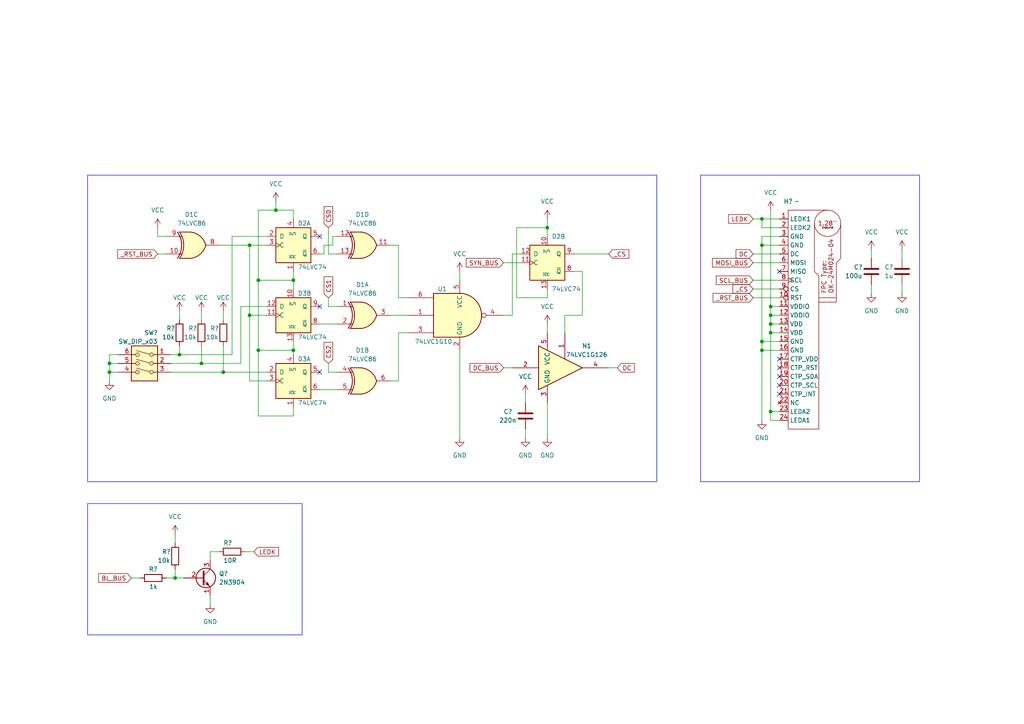
<source format=kicad_sch>
(kicad_sch (version 20230121) (generator eeschema)
  (paper "A4")
  (lib_symbols
    (symbol "74xGxx:74LVC1G10"
      (property "Reference" "U" (at -5.08 10.16 0))
      (property "Value" "74LVC1G10" (at 7.62 -10.16 0))
      (symbol "74LVC1G10_0_1"
        (arc (start 0 -6.35) (mid 6.3224 0) (end 0 6.35) (stroke (width 0.254)) (fill (type background)))
        (polyline (pts (xy 0 -6.35) (xy -7.62 -6.35) (xy -7.62 6.35) (xy 0 6.35)) (stroke (width 0.254)) (fill (type background)))
      )
      (symbol "74LVC1G10_1_1"
        (pin input line (at -15.24 0 0) (length 7.62) (name "~") (number "1"))
        (pin power_in line (at 0 -10.16 90) (length 3.81) (name "GND") (number "2"))
        (pin input line (at -15.24 -5.08 0) (length 7.62) (name "~") (number "3"))
        (pin output inverted (at 12.7 0 180) (length 6.35) (name "~") (number "4"))
        (pin power_in line (at 0 10.16 270) (length 3.81) (name "VCC") (number "5"))
        (pin input line (at -15.24 5.08 0) (length 7.62) (name "~") (number "6"))
      )
    )
    (symbol "74xGxx:74LVC1G126"
      (property "Reference" "N" (at 2.54 7.62 0))
      (property "Value" "74LVC1G126" (at 2.54 -7.62 0))
      (symbol "74LVC1G126_0_1"
        (polyline (pts (xy -7.62 6.35) (xy -7.62 -6.35) (xy 5.08 0) (xy -7.62 6.35)) (stroke (width 0.254)) (fill (type background)))
      )
      (symbol "74LVC1G126_1_1"
        (pin input line (at 0 10.16 270) (length 7.62) (name "~") (number "1"))
        (pin input line (at -15.24 0 0) (length 7.62) (name "~") (number "2"))
        (pin power_in line (at -5.08 -10.16 90) (length 5.08) (name "GND") (number "3"))
        (pin tri_state line (at 12.7 0 180) (length 7.62) (name "~") (number "4"))
        (pin power_in line (at -5.08 10.16 270) (length 5.08) (name "VCC") (number "5"))
      )
    )
    (symbol "74xx:74LVC74" (pin_names (offset 1.016))
      (property "Reference" "D" (at 2.54 12.7 0))
      (property "Value" "74LVC74" (at 2.54 10.16 0))
      (symbol "74LVC74_1_0"
        (pin input line (at 0 -7.62 90) (length 2.54) (name "~{R}") (number "1"))
        (pin input line (at -7.62 2.54 0) (length 2.54) (name "D") (number "2"))
        (pin input clock (at -7.62 0 0) (length 2.54) (name "C") (number "3"))
        (pin input line (at 0 7.62 270) (length 2.54) (name "~{S}") (number "4"))
        (pin output line (at 7.62 2.54 180) (length 2.54) (name "Q") (number "5"))
        (pin output line (at 7.62 -2.54 180) (length 2.54) (name "~{Q}") (number "6"))
      )
      (symbol "74LVC74_1_1"
        (rectangle (start -5.08 5.08) (end 5.08 -5.08) (stroke (width 0.254)) (fill (type background)))
      )
      (symbol "74LVC74_2_0"
        (pin input line (at 0 7.62 270) (length 2.54) (name "~{S}") (number "10"))
        (pin input clock (at -7.62 0 0) (length 2.54) (name "C") (number "11"))
        (pin input line (at -7.62 2.54 0) (length 2.54) (name "D") (number "12"))
        (pin input line (at 0 -7.62 90) (length 2.54) (name "~{R}") (number "13"))
        (pin output line (at 7.62 -2.54 180) (length 2.54) (name "~{Q}") (number "8"))
        (pin output line (at 7.62 2.54 180) (length 2.54) (name "Q") (number "9"))
      )
      (symbol "74LVC74_2_1"
        (rectangle (start -5.08 5.08) (end 5.08 -5.08) (stroke (width 0.254)) (fill (type background)))
      )
      (symbol "74LVC74_3_0"
        (pin power_in line (at 0 10.16 270) (length 2.54) (name "VCC") (number "14"))
        (pin power_in line (at 0 -10.16 90) (length 2.54) (name "GND") (number "7"))
      )
      (symbol "74LVC74_3_1"
        (rectangle (start -5.08 7.62) (end 5.08 -7.62) (stroke (width 0.254)) (fill (type background)))
      )
    )
    (symbol "74xx:74LVC86" (pin_names (offset 1.016))
      (property "Reference" "D" (at -2.54 7.62 0))
      (property "Value" "74LVC86" (at -2.54 5.08 0))
      (symbol "74LVC86_1_0"
        (arc (start -4.4196 -3.81) (mid -3.2033 0) (end -4.4196 3.81) (stroke (width 0.254)))
        (arc (start -3.81 -3.81) (mid -2.589 0) (end -3.81 3.81) (stroke (width 0.254)))
        (arc (start -0.6096 -3.81) (mid 2.1842 -2.5851) (end 3.81 0) (stroke (width 0.254)) (fill (type background)))
        (polyline (pts (xy -3.81 -3.81) (xy -0.635 -3.81)) (stroke (width 0.254)) (fill (type background)))
        (polyline (pts (xy -3.81 3.81) (xy -0.635 3.81)) (stroke (width 0.254)) (fill (type background)))
        (polyline (pts (xy -0.635 3.81) (xy -3.81 3.81) (xy -3.81 3.81) (xy -3.556 3.4036) (xy -3.0226 2.2606) (xy -2.6924 1.0414) (xy -2.6162 -0.254) (xy -2.7686 -1.4986) (xy -3.175 -2.7178) (xy -3.81 -3.81) (xy -3.81 -3.81) (xy -0.635 -3.81)) (stroke (width -25.4)) (fill (type background)))
        (arc (start 3.81 0) (mid 2.1915 2.5936) (end -0.6096 3.81) (stroke (width 0.254)) (fill (type background)))
        (pin input line (at -7.62 2.54 0) (length 4.445) (name "~") (number "1"))
        (pin input line (at -7.62 -2.54 0) (length 4.445) (name "~") (number "2"))
        (pin output line (at 7.62 0 180) (length 3.81) (name "~") (number "3"))
      )
      (symbol "74LVC86_1_1"
        (polyline (pts (xy -3.81 -2.54) (xy -3.175 -2.54)) (stroke (width 0.1524)))
        (polyline (pts (xy -3.81 2.54) (xy -3.175 2.54)) (stroke (width 0.1524)))
      )
      (symbol "74LVC86_2_0"
        (arc (start -4.4196 -3.81) (mid -3.2033 0) (end -4.4196 3.81) (stroke (width 0.254)))
        (arc (start -3.81 -3.81) (mid -2.589 0) (end -3.81 3.81) (stroke (width 0.254)))
        (arc (start -0.6096 -3.81) (mid 2.1842 -2.5851) (end 3.81 0) (stroke (width 0.254)) (fill (type background)))
        (polyline (pts (xy -3.81 -3.81) (xy -0.635 -3.81)) (stroke (width 0.254)) (fill (type background)))
        (polyline (pts (xy -3.81 3.81) (xy -0.635 3.81)) (stroke (width 0.254)) (fill (type background)))
        (polyline (pts (xy -0.635 3.81) (xy -3.81 3.81) (xy -3.81 3.81) (xy -3.556 3.4036) (xy -3.0226 2.2606) (xy -2.6924 1.0414) (xy -2.6162 -0.254) (xy -2.7686 -1.4986) (xy -3.175 -2.7178) (xy -3.81 -3.81) (xy -3.81 -3.81) (xy -0.635 -3.81)) (stroke (width -25.4)) (fill (type background)))
        (arc (start 3.81 0) (mid 2.1915 2.5936) (end -0.6096 3.81) (stroke (width 0.254)) (fill (type background)))
        (pin input line (at -7.62 2.54 0) (length 4.445) (name "~") (number "4"))
        (pin input line (at -7.62 -2.54 0) (length 4.445) (name "~") (number "5"))
        (pin output line (at 7.62 0 180) (length 3.81) (name "~") (number "6"))
      )
      (symbol "74LVC86_2_1"
        (polyline (pts (xy -3.81 -2.54) (xy -3.175 -2.54)) (stroke (width 0.1524)))
        (polyline (pts (xy -3.81 2.54) (xy -3.175 2.54)) (stroke (width 0.1524)))
      )
      (symbol "74LVC86_3_0"
        (arc (start -4.4196 -3.81) (mid -3.2033 0) (end -4.4196 3.81) (stroke (width 0.254)))
        (arc (start -3.81 -3.81) (mid -2.589 0) (end -3.81 3.81) (stroke (width 0.254)))
        (arc (start -0.6096 -3.81) (mid 2.1842 -2.5851) (end 3.81 0) (stroke (width 0.254)) (fill (type background)))
        (polyline (pts (xy -3.81 -3.81) (xy -0.635 -3.81)) (stroke (width 0.254)) (fill (type background)))
        (polyline (pts (xy -3.81 3.81) (xy -0.635 3.81)) (stroke (width 0.254)) (fill (type background)))
        (polyline (pts (xy -0.635 3.81) (xy -3.81 3.81) (xy -3.81 3.81) (xy -3.556 3.4036) (xy -3.0226 2.2606) (xy -2.6924 1.0414) (xy -2.6162 -0.254) (xy -2.7686 -1.4986) (xy -3.175 -2.7178) (xy -3.81 -3.81) (xy -3.81 -3.81) (xy -0.635 -3.81)) (stroke (width -25.4)) (fill (type background)))
        (arc (start 3.81 0) (mid 2.1915 2.5936) (end -0.6096 3.81) (stroke (width 0.254)) (fill (type background)))
        (pin input line (at -7.62 -2.54 0) (length 4.445) (name "~") (number "10"))
        (pin output line (at 7.62 0 180) (length 3.81) (name "~") (number "8"))
        (pin input line (at -7.62 2.54 0) (length 4.445) (name "~") (number "9"))
      )
      (symbol "74LVC86_3_1"
        (polyline (pts (xy -3.81 -2.54) (xy -3.175 -2.54)) (stroke (width 0.1524)))
        (polyline (pts (xy -3.81 2.54) (xy -3.175 2.54)) (stroke (width 0.1524)))
      )
      (symbol "74LVC86_4_0"
        (arc (start -4.4196 -3.81) (mid -3.2033 0) (end -4.4196 3.81) (stroke (width 0.254)))
        (arc (start -3.81 -3.81) (mid -2.589 0) (end -3.81 3.81) (stroke (width 0.254)))
        (arc (start -0.6096 -3.81) (mid 2.1842 -2.5851) (end 3.81 0) (stroke (width 0.254)) (fill (type background)))
        (polyline (pts (xy -3.81 -3.81) (xy -0.635 -3.81)) (stroke (width 0.254)) (fill (type background)))
        (polyline (pts (xy -3.81 3.81) (xy -0.635 3.81)) (stroke (width 0.254)) (fill (type background)))
        (polyline (pts (xy -0.635 3.81) (xy -3.81 3.81) (xy -3.81 3.81) (xy -3.556 3.4036) (xy -3.0226 2.2606) (xy -2.6924 1.0414) (xy -2.6162 -0.254) (xy -2.7686 -1.4986) (xy -3.175 -2.7178) (xy -3.81 -3.81) (xy -3.81 -3.81) (xy -0.635 -3.81)) (stroke (width -25.4)) (fill (type background)))
        (arc (start 3.81 0) (mid 2.1915 2.5936) (end -0.6096 3.81) (stroke (width 0.254)) (fill (type background)))
        (pin output line (at 7.62 0 180) (length 3.81) (name "~") (number "11"))
        (pin input line (at -7.62 2.54 0) (length 4.445) (name "~") (number "12"))
        (pin input line (at -7.62 -2.54 0) (length 4.445) (name "~") (number "13"))
      )
      (symbol "74LVC86_4_1"
        (polyline (pts (xy -3.81 -2.54) (xy -3.175 -2.54)) (stroke (width 0.1524)))
        (polyline (pts (xy -3.81 2.54) (xy -3.175 2.54)) (stroke (width 0.1524)))
      )
      (symbol "74LVC86_5_0"
        (pin power_in line (at 0 12.7 270) (length 5.08) (name "VCC") (number "14"))
        (pin power_in line (at 0 -12.7 90) (length 5.08) (name "GND") (number "7"))
      )
      (symbol "74LVC86_5_1"
        (rectangle (start -5.08 7.62) (end 5.08 -7.62) (stroke (width 0.254)) (fill (type background)))
      )
    )
    (symbol "Device:C" (pin_numbers hide) (pin_names (offset 0.254))
      (property "Reference" "C" (at 0.635 2.54 0))
      (property "Value" "C" (at 0.635 -2.54 0))
      (symbol "C_0_1"
        (polyline (pts (xy -2.032 -0.762) (xy 2.032 -0.762)) (stroke (width 0.508)))
        (polyline (pts (xy -2.032 0.762) (xy 2.032 0.762)) (stroke (width 0.508)))
      )
      (symbol "C_1_1"
        (pin passive line (at 0 3.81 270) (length 2.794) (name "~") (number "1"))
        (pin passive line (at 0 -3.81 90) (length 2.794) (name "~") (number "2"))
      )
    )
    (symbol "Device:R" (pin_numbers hide) (pin_names (offset 0))
      (property "Reference" "R" (at 2.032 0 90))
      (property "Value" "R" (at 0 0 90))
      (symbol "R_0_1"
        (rectangle (start -1.016 -2.54) (end 1.016 2.54) (stroke (width 0.254)))
      )
      (symbol "R_1_1"
        (pin passive line (at 0 3.81 270) (length 1.27) (name "~") (number "1"))
        (pin passive line (at 0 -3.81 90) (length 1.27) (name "~") (number "2"))
      )
    )
    (symbol "Display_Graphic:ER_TFT128-2"
      (property "Reference" "H1" (at 0 2.54 0))
      (property "Value" "~" (at 2.54 2.54 0))
      (symbol "ER_TFT128-2_0_0"
        (text "" (at 16.51 -15.24 0) (effects (font (size 1.27 1.27))))
      )
      (symbol "ER_TFT128-2_0_1"
        (polyline (pts (xy 13.97 -26.67) (xy 13.97 -15.24)))
        (polyline (pts (xy 13.97 -15.24) (xy 15.24 -13.97) (xy 15.24 -3.81)))
        (circle (center 11.43 -3.81) (radius 3.81))
      )
      (symbol "ER_TFT128-2_1_1"
        (polyline (pts (xy 8.89 -26.67) (xy 13.97 -26.67)) (fill (type outline)))
        (polyline (pts (xy 11.43 0) (xy 0 0)))
        (polyline (pts (xy 12.7 0) (xy 12.7 0)))
        (polyline (pts (xy 13.97 -25.4) (xy 8.89 -25.4)))
        (polyline (pts (xy 7.62 -3.81) (xy 7.62 -17.78) (xy 8.89 -19.05)))
        (polyline (pts (xy 0 0) (xy 0 -63.5) (xy 8.89 -63.5) (xy 8.89 -19.05)))
        (text "1.28''" (at 11.43 -3.81 0) (effects (font (size 1.27 1.27))))
        (text "240x240" (at 11.43 -5.08 0) (effects (font (size 0.508 0.508))))
        (text "FPC Type:\nOK-24M024-04" (at 11.43 -24.13 900) (effects (font (size 1.27 1.27)) (justify left)))
        (pin passive line (at -2.54 -2.54 0) (length 2.54) (name "LEDK1") (number "1"))
        (pin passive inverted (at -2.54 -25.4 0) (length 2.54) (name "RST") (number "10"))
        (pin passive line (at -2.54 -27.94 0) (length 2.54) (name "VDDIO") (number "11"))
        (pin passive line (at -2.54 -30.48 0) (length 2.54) (name "VDDIO") (number "12"))
        (pin passive line (at -2.54 -33.02 0) (length 2.54) (name "VDD") (number "13"))
        (pin passive line (at -2.54 -35.56 0) (length 2.54) (name "VDD") (number "14"))
        (pin passive line (at -2.54 -38.1 0) (length 2.54) (name "GND") (number "15"))
        (pin passive line (at -2.54 -40.64 0) (length 2.54) (name "GND") (number "16"))
        (pin passive line (at -2.54 -43.18 0) (length 2.54) (name "CTP_VDD") (number "17"))
        (pin passive line (at -2.54 -45.72 0) (length 2.54) (name "CTP_RST") (number "18"))
        (pin passive line (at -2.54 -48.26 0) (length 2.54) (name "CTP_SDA") (number "19"))
        (pin passive line (at -2.54 -5.08 0) (length 2.54) (name "LEDK2") (number "2"))
        (pin passive line (at -2.54 -50.8 0) (length 2.54) (name "CTP_SCL") (number "20"))
        (pin passive line (at -2.54 -53.34 0) (length 2.54) (name "CTP_INT") (number "21"))
        (pin no_connect line (at -2.54 -55.88 0) (length 2.54) (name "NC") (number "22"))
        (pin passive line (at -2.54 -58.42 0) (length 2.54) (name "LEDA2") (number "23"))
        (pin passive line (at -2.54 -60.96 0) (length 2.54) (name "LEDA1") (number "24"))
        (pin passive line (at -2.54 -7.62 0) (length 2.54) (name "GND") (number "3"))
        (pin passive line (at -2.54 -10.16 0) (length 2.54) (name "GND") (number "4"))
        (pin passive line (at -2.54 -12.7 0) (length 2.54) (name "DC") (number "5"))
        (pin passive line (at -2.54 -15.24 0) (length 2.54) (name "MOSI") (number "6"))
        (pin passive line (at -2.54 -17.78 0) (length 2.54) (name "MISO") (number "7"))
        (pin passive clock (at -2.54 -20.32 0) (length 2.54) (name "SCL") (number "8"))
        (pin passive inverted (at -2.54 -22.86 0) (length 2.54) (name "CS") (number "9"))
      )
    )
    (symbol "Switch:SW_DIP_x03" (pin_names (offset 0) hide)
      (property "Reference" "SW" (at 0 8.89 0))
      (property "Value" "SW_DIP_x03" (at 0 -3.81 0))
      (symbol "SW_DIP_x03_0_0"
        (circle (center -2.032 0) (radius 0.508))
        (circle (center -2.032 2.54) (radius 0.508))
        (circle (center -2.032 5.08) (radius 0.508))
        (polyline (pts (xy -1.524 0.127) (xy 2.3622 1.1684)))
        (polyline (pts (xy -1.524 2.667) (xy 2.3622 3.7084)))
        (polyline (pts (xy -1.524 5.207) (xy 2.3622 6.2484)))
        (circle (center 2.032 0) (radius 0.508))
        (circle (center 2.032 2.54) (radius 0.508))
        (circle (center 2.032 5.08) (radius 0.508))
      )
      (symbol "SW_DIP_x03_0_1"
        (rectangle (start -3.81 7.62) (end 3.81 -2.54) (stroke (width 0.254)) (fill (type background)))
      )
      (symbol "SW_DIP_x03_1_1"
        (pin passive line (at -7.62 5.08 0) (length 5.08) (name "~") (number "1"))
        (pin passive line (at -7.62 2.54 0) (length 5.08) (name "~") (number "2"))
        (pin passive line (at -7.62 0 0) (length 5.08) (name "~") (number "3"))
        (pin passive line (at 7.62 0 180) (length 5.08) (name "~") (number "4"))
        (pin passive line (at 7.62 2.54 180) (length 5.08) (name "~") (number "5"))
        (pin passive line (at 7.62 5.08 180) (length 5.08) (name "~") (number "6"))
      )
    )
    (symbol "Transistor_BJT:2N3904" (pin_names (offset 0) hide)
      (property "Reference" "Q" (at 5.08 1.905 0))
      (property "Value" "2N3904" (at 5.08 0 0))
      (symbol "2N3904_0_1"
        (polyline (pts (xy 0.635 0.635) (xy 2.54 2.54)))
        (polyline (pts (xy 0.635 -0.635) (xy 2.54 -2.54) (xy 2.54 -2.54)))
        (polyline (pts (xy 0.635 1.905) (xy 0.635 -1.905) (xy 0.635 -1.905)) (stroke (width 0.508)))
        (polyline (pts (xy 1.27 -1.778) (xy 1.778 -1.27) (xy 2.286 -2.286) (xy 1.27 -1.778) (xy 1.27 -1.778)) (fill (type outline)))
        (circle (center 1.27 0) (radius 2.8194) (stroke (width 0.254)))
      )
      (symbol "2N3904_1_1"
        (pin passive line (at 2.54 -5.08 90) (length 2.54) (name "E") (number "1"))
        (pin passive line (at -5.08 0 0) (length 5.715) (name "B") (number "2"))
        (pin passive line (at 2.54 5.08 270) (length 2.54) (name "C") (number "3"))
      )
    )
    (symbol "power:GND" (power) (pin_names (offset 0))
      (property "Value" "GND" (at 0 -3.81 0))
      (symbol "GND_0_1"
        (polyline (pts (xy 0 0) (xy 0 -1.27) (xy 1.27 -1.27) (xy 0 -2.54) (xy -1.27 -1.27) (xy 0 -1.27)))
      )
      (symbol "GND_1_1"
        (pin power_in line (at 0 0 270) (length 0) hide (name "GND") (number "1"))
      )
    )
    (symbol "power:VCC" (power) (pin_names (offset 0))
      (property "Value" "VCC" (at 0 3.81 0))
      (symbol "VCC_0_1"
        (polyline (pts (xy -0.762 1.27) (xy 0 2.54)))
        (polyline (pts (xy 0 0) (xy 0 2.54)))
        (polyline (pts (xy 0 2.54) (xy 0.762 1.27)))
      )
      (symbol "VCC_1_1"
        (pin power_in line (at 0 0 90) (length 0) hide (name "VCC") (number "1"))
      )
    )
  )
  (junction (at 223.52 91.44))
  (junction (at 58.42 105.41))
  (junction (at 223.52 93.98))
  (junction (at 72.39 71.12))
  (junction (at 85.09 101.6))
  (junction (at 158.75 66.04))
  (junction (at 223.52 119.38))
  (junction (at 223.52 96.52))
  (junction (at 74.93 101.6))
  (junction (at 52.07 102.87))
  (junction (at 220.98 99.06))
  (junction (at 31.75 107.95))
  (junction (at 64.77 107.95))
  (junction (at 50.8 167.64))
  (junction (at 220.98 63.5))
  (junction (at 80.01 60.96))
  (junction (at 74.93 81.28))
  (junction (at 72.39 91.44))
  (junction (at 31.75 105.41))
  (junction (at 223.52 88.9))
  (junction (at 220.98 101.6))
  (junction (at 220.98 71.12))
  (junction (at 85.09 81.28))
  (no_connect (at 226.06 106.68))
  (no_connect (at 92.71 107.95))
  (no_connect (at 92.71 68.58))
  (no_connect (at 226.06 78.74))
  (no_connect (at 92.71 88.9))
  (no_connect (at 226.06 111.76))
  (no_connect (at 226.06 109.22))
  (no_connect (at 226.06 114.3))
  (no_connect (at 226.06 104.14))
  (wire (pts (xy 58.42 105.41) (xy 69.85 105.41)))
  (wire (pts (xy 48.26 167.64) (xy 50.8 167.64)))
  (wire (pts (xy 146.05 91.44) (xy 148.59 91.44)))
  (wire (pts (xy 72.39 91.44) (xy 77.47 91.44)))
  (wire (pts (xy 226.06 121.92) (xy 223.52 121.92)))
  (wire (pts (xy 74.93 101.6) (xy 85.09 101.6)))
  (wire (pts (xy 34.29 102.87) (xy 31.75 102.87)))
  (wire (pts (xy 223.52 88.9) (xy 226.06 88.9)))
  (wire (pts (xy 223.52 119.38) (xy 226.06 119.38)))
  (wire (pts (xy 218.44 81.28) (xy 226.06 81.28)))
  (wire (pts (xy 223.52 96.52) (xy 223.52 93.98)))
  (wire (pts (xy 220.98 101.6) (xy 226.06 101.6)))
  (wire (pts (xy 220.98 71.12) (xy 220.98 68.58)))
  (wire (pts (xy 67.31 68.58) (xy 77.47 68.58)))
  (wire (pts (xy 48.26 68.58) (xy 45.72 68.58)))
  (wire (pts (xy 50.8 154.94) (xy 50.8 157.48)))
  (wire (pts (xy 85.09 78.74) (xy 85.09 81.28)))
  (wire (pts (xy 220.98 99.06) (xy 226.06 99.06)))
  (wire (pts (xy 80.01 60.96) (xy 85.09 60.96)))
  (wire (pts (xy 52.07 100.33) (xy 52.07 102.87)))
  (wire (pts (xy 45.72 66.04) (xy 45.72 68.58)))
  (wire (pts (xy 220.98 66.04) (xy 220.98 63.5)))
  (wire (pts (xy 179.07 106.68) (xy 176.53 106.68)))
  (wire (pts (xy 31.75 107.95) (xy 31.75 110.49)))
  (wire (pts (xy 71.12 160.02) (xy 73.66 160.02)))
  (wire (pts (xy 72.39 71.12) (xy 77.47 71.12)))
  (wire (pts (xy 163.83 91.44) (xy 163.83 96.52)))
  (wire (pts (xy 158.75 116.84) (xy 158.75 127)))
  (wire (pts (xy 158.75 86.36) (xy 149.86 86.36)))
  (wire (pts (xy 149.86 66.04) (xy 158.75 66.04)))
  (wire (pts (xy 95.25 73.66) (xy 97.79 73.66)))
  (wire (pts (xy 95.25 66.04) (xy 95.25 73.66)))
  (wire (pts (xy 261.62 85.09) (xy 261.62 82.55)))
  (wire (pts (xy 152.4 127) (xy 152.4 124.46)))
  (wire (pts (xy 96.52 71.12) (xy 93.98 71.12)))
  (wire (pts (xy 74.93 60.96) (xy 80.01 60.96)))
  (wire (pts (xy 97.79 88.9) (xy 95.25 88.9)))
  (wire (pts (xy 64.77 90.17) (xy 64.77 92.71)))
  (wire (pts (xy 92.71 73.66) (xy 93.98 73.66)))
  (wire (pts (xy 60.96 172.72) (xy 60.96 175.26)))
  (wire (pts (xy 95.25 88.9) (xy 95.25 86.36)))
  (wire (pts (xy 226.06 91.44) (xy 223.52 91.44)))
  (wire (pts (xy 74.93 81.28) (xy 85.09 81.28)))
  (wire (pts (xy 223.52 121.92) (xy 223.52 119.38)))
  (wire (pts (xy 69.85 88.9) (xy 77.47 88.9)))
  (wire (pts (xy 64.77 100.33) (xy 64.77 107.95)))
  (wire (pts (xy 152.4 114.3) (xy 152.4 116.84)))
  (wire (pts (xy 34.29 105.41) (xy 31.75 105.41)))
  (wire (pts (xy 261.62 74.93) (xy 261.62 72.39)))
  (wire (pts (xy 80.01 58.42) (xy 80.01 60.96)))
  (wire (pts (xy 168.91 91.44) (xy 168.91 78.74)))
  (wire (pts (xy 72.39 110.49) (xy 72.39 91.44)))
  (wire (pts (xy 69.85 105.41) (xy 69.85 88.9)))
  (wire (pts (xy 113.03 71.12) (xy 115.57 71.12)))
  (wire (pts (xy 85.09 99.06) (xy 85.09 101.6)))
  (wire (pts (xy 85.09 81.28) (xy 85.09 83.82)))
  (wire (pts (xy 166.37 73.66) (xy 176.53 73.66)))
  (wire (pts (xy 218.44 76.2) (xy 226.06 76.2)))
  (wire (pts (xy 223.52 96.52) (xy 223.52 119.38)))
  (wire (pts (xy 49.53 105.41) (xy 58.42 105.41)))
  (wire (pts (xy 148.59 73.66) (xy 148.59 91.44)))
  (wire (pts (xy 158.75 93.98) (xy 158.75 96.52)))
  (wire (pts (xy 49.53 102.87) (xy 52.07 102.87)))
  (wire (pts (xy 226.06 96.52) (xy 223.52 96.52)))
  (wire (pts (xy 149.86 86.36) (xy 149.86 66.04)))
  (wire (pts (xy 96.52 68.58) (xy 96.52 71.12)))
  (wire (pts (xy 223.52 91.44) (xy 223.52 88.9)))
  (wire (pts (xy 220.98 63.5) (xy 226.06 63.5)))
  (wire (pts (xy 49.53 107.95) (xy 64.77 107.95)))
  (wire (pts (xy 220.98 99.06) (xy 220.98 101.6)))
  (wire (pts (xy 158.75 83.82) (xy 158.75 86.36)))
  (wire (pts (xy 115.57 96.52) (xy 118.11 96.52)))
  (wire (pts (xy 115.57 71.12) (xy 115.57 86.36)))
  (wire (pts (xy 223.52 91.44) (xy 223.52 93.98)))
  (wire (pts (xy 58.42 100.33) (xy 58.42 105.41)))
  (wire (pts (xy 58.42 90.17) (xy 58.42 92.71)))
  (wire (pts (xy 113.03 110.49) (xy 115.57 110.49)))
  (wire (pts (xy 85.09 60.96) (xy 85.09 63.5)))
  (wire (pts (xy 218.44 73.66) (xy 226.06 73.66)))
  (wire (pts (xy 52.07 102.87) (xy 67.31 102.87)))
  (wire (pts (xy 92.71 93.98) (xy 97.79 93.98)))
  (wire (pts (xy 97.79 68.58) (xy 96.52 68.58)))
  (wire (pts (xy 158.75 66.04) (xy 158.75 68.58)))
  (wire (pts (xy 226.06 71.12) (xy 220.98 71.12)))
  (wire (pts (xy 220.98 101.6) (xy 220.98 121.92)))
  (wire (pts (xy 252.73 82.55) (xy 252.73 85.09)))
  (wire (pts (xy 168.91 91.44) (xy 163.83 91.44)))
  (wire (pts (xy 220.98 68.58) (xy 226.06 68.58)))
  (wire (pts (xy 50.8 165.1) (xy 50.8 167.64)))
  (wire (pts (xy 148.59 73.66) (xy 151.13 73.66)))
  (wire (pts (xy 31.75 105.41) (xy 31.75 107.95)))
  (wire (pts (xy 218.44 83.82) (xy 226.06 83.82)))
  (wire (pts (xy 85.09 120.65) (xy 74.93 120.65)))
  (wire (pts (xy 95.25 105.41) (xy 95.25 107.95)))
  (wire (pts (xy 158.75 63.5) (xy 158.75 66.04)))
  (wire (pts (xy 92.71 113.03) (xy 97.79 113.03)))
  (wire (pts (xy 115.57 96.52) (xy 115.57 110.49)))
  (wire (pts (xy 115.57 86.36) (xy 118.11 86.36)))
  (wire (pts (xy 220.98 66.04) (xy 226.06 66.04)))
  (wire (pts (xy 72.39 71.12) (xy 72.39 91.44)))
  (wire (pts (xy 223.52 93.98) (xy 226.06 93.98)))
  (wire (pts (xy 77.47 110.49) (xy 72.39 110.49)))
  (wire (pts (xy 31.75 102.87) (xy 31.75 105.41)))
  (wire (pts (xy 146.05 76.2) (xy 151.13 76.2)))
  (wire (pts (xy 133.35 127) (xy 133.35 101.6)))
  (wire (pts (xy 63.5 71.12) (xy 72.39 71.12)))
  (wire (pts (xy 223.52 60.96) (xy 223.52 88.9)))
  (wire (pts (xy 85.09 118.11) (xy 85.09 120.65)))
  (wire (pts (xy 218.44 63.5) (xy 220.98 63.5)))
  (wire (pts (xy 168.91 78.74) (xy 166.37 78.74)))
  (wire (pts (xy 45.72 73.66) (xy 48.26 73.66)))
  (wire (pts (xy 93.98 71.12) (xy 93.98 73.66)))
  (wire (pts (xy 64.77 107.95) (xy 77.47 107.95)))
  (wire (pts (xy 113.03 91.44) (xy 118.11 91.44)))
  (wire (pts (xy 67.31 68.58) (xy 67.31 102.87)))
  (wire (pts (xy 146.05 106.68) (xy 148.59 106.68)))
  (wire (pts (xy 74.93 81.28) (xy 74.93 60.96)))
  (wire (pts (xy 252.73 72.39) (xy 252.73 74.93)))
  (wire (pts (xy 85.09 101.6) (xy 85.09 102.87)))
  (wire (pts (xy 133.35 78.74) (xy 133.35 81.28)))
  (wire (pts (xy 74.93 120.65) (xy 74.93 101.6)))
  (wire (pts (xy 220.98 71.12) (xy 220.98 99.06)))
  (wire (pts (xy 218.44 86.36) (xy 226.06 86.36)))
  (wire (pts (xy 60.96 162.56) (xy 60.96 160.02)))
  (wire (pts (xy 95.25 107.95) (xy 97.79 107.95)))
  (wire (pts (xy 50.8 167.64) (xy 53.34 167.64)))
  (wire (pts (xy 34.29 107.95) (xy 31.75 107.95)))
  (wire (pts (xy 74.93 101.6) (xy 74.93 81.28)))
  (wire (pts (xy 38.1 167.64) (xy 40.64 167.64)))
  (wire (pts (xy 60.96 160.02) (xy 63.5 160.02)))
  (wire (pts (xy 52.07 90.17) (xy 52.07 92.71)))
  (rectangle (start 25.4 50.8) (end 190.5 139.7))
  (rectangle (start 203.2 50.8) (end 266.7 139.7))
  (rectangle (start 25.4 146.05) (end 87.63 184.15))
  (global_label "DC" (shape input) (at 179.07 106.68 0) (property "Intersheetrefs" "${INTERSHEET_REFS}" (effects hide)))
  (global_label "_RST_BUS" (shape input) (at 45.72 73.66 180) (property "Intersheetrefs" "${INTERSHEET_REFS}" (effects hide)))
  (global_label "CS2" (shape input) (at 95.25 105.41 90) (property "Intersheetrefs" "${INTERSHEET_REFS}" (effects hide)))
  (global_label "LEDK" (shape input) (at 218.44 63.5 180) (property "Intersheetrefs" "${INTERSHEET_REFS}" (effects hide)))
  (global_label "DC" (shape input) (at 218.44 73.66 180) (property "Intersheetrefs" "${INTERSHEET_REFS}" (effects hide)))
  (global_label "MOSI_BUS" (shape input) (at 218.44 76.2 180) (property "Intersheetrefs" "${INTERSHEET_REFS}" (effects hide)))
  (global_label "SYN_BUS" (shape input) (at 146.05 76.2 180) (property "Intersheetrefs" "${INTERSHEET_REFS}" (effects hide)))
  (global_label "CS0" (shape input) (at 95.25 66.04 90) (property "Intersheetrefs" "${INTERSHEET_REFS}" (effects hide)))
  (global_label "_RST_BUS" (shape input) (at 218.44 86.36 180) (property "Intersheetrefs" "${INTERSHEET_REFS}" (effects hide)))
  (global_label "SCL_BUS" (shape input) (at 218.44 81.28 180) (property "Intersheetrefs" "${INTERSHEET_REFS}" (effects hide)))
  (global_label "BL_BUS" (shape input) (at 38.1 167.64 180) (property "Intersheetrefs" "${INTERSHEET_REFS}" (effects hide)))
  (global_label "_CS" (shape input) (at 176.53 73.66 0) (property "Intersheetrefs" "${INTERSHEET_REFS}" (effects hide)))
  (global_label "DC_BUS" (shape input) (at 146.05 106.68 180) (property "Intersheetrefs" "${INTERSHEET_REFS}" (effects hide)))
  (global_label "LEDK" (shape input) (at 73.66 160.02 0) (property "Intersheetrefs" "${INTERSHEET_REFS}" (effects hide)))
  (global_label "CS1" (shape input) (at 95.25 86.36 90) (property "Intersheetrefs" "${INTERSHEET_REFS}" (effects hide)))
  (global_label "_CS" (shape input) (at 218.44 83.82 180) (property "Intersheetrefs" "${INTERSHEET_REFS}" (effects hide)))
  (symbol (lib_id "power:VCC") (at 80.01 58.42 0) (unit 1)
    (property "Reference" "#PWR?" (effects hide))
    (property "Value" "VCC" (at 80.01 53.34 0))
    (instances (project "CTN" (path "" (reference "#PWR?") (unit 1))) (project "FastHexGauge" (path "" (reference "#PWR01") (unit 1)) (path "" (reference "#PWR025") (unit 1))))
  )
  (symbol (lib_id "74xx:74LVC86") (at 105.41 71.12 0) (unit 4)
    (property "Reference" "D1" (at 105.1052 62.23 0))
    (property "Value" "74LVC86" (at 105.1052 64.77 0))
    (property "Footprint" "Package_SO:TSSOP-14_4.4x5mm_P0.65mm" (effects hide))
    (property "Datasheet" "https://www.ti.com/lit/ds/symlink/sn74lvc86a.pdf?ts=1690380948022&ref_url=https%253A%252F%252Fwww.ti.com%252Fproduct%252FSN74LVC86A" (effects hide))
    (instances (project "FastHexGauge" (path "" (reference "D1") (unit 4)) (path "" (reference "D3") (unit 4))))
  )
  (symbol (lib_id "power:GND") (at 60.96 175.26 0) (unit 1)
    (property "Reference" "#PWR?" (effects hide))
    (property "Value" "GND" (at 60.96 180.34 0))
    (instances (project "CTN" (path "" (reference "#PWR?") (unit 1))) (project "FastHexGauge" (path "" (reference "#PWR023") (unit 1)) (path "" (reference "#PWR047") (unit 1))))
  )
  (symbol (lib_id "Transistor_BJT:2N3904") (at 58.42 167.64 0) (unit 1)
    (property "Reference" "Q?" (at 63.5 166.37 0) (effects (justify left)))
    (property "Value" "2N3904" (at 63.5 168.91 0) (effects (justify left)))
    (property "Footprint" "Package_TO_SOT_SMD:SOT-23-3" (effects hide))
    (property "Datasheet" "https://www.onsemi.com/pub/Collateral/2N3903-D.PDF" (effects hide))
    (instances (project "CTN" (path "" (reference "Q?") (unit 1))) (project "FastHexGauge" (path "" (reference "Q1") (unit 1)) (path "" (reference "Q1") (unit 1))))
  )
  (symbol (lib_id "power:GND") (at 220.98 121.92 0) (unit 1)
    (property "Reference" "#PWR?" (effects hide))
    (property "Value" "GND" (at 220.98 127 0))
    (instances (project "CTN" (path "" (reference "#PWR?") (unit 1))) (project "FastHexGauge" (path "" (reference "#PWR022") (unit 1)) (path "" (reference "#PWR041") (unit 1))))
  )
  (symbol (lib_id "74xx:74LVC74") (at 85.09 71.12 0) (unit 1)
    (property "Reference" "D2" (at 86.36 64.77 0) (effects (justify left)))
    (property "Value" "74LVC74" (at 86.36 77.47 0) (effects (justify left)))
    (property "Footprint" "Package_SO:TSSOP-14_4.4x5mm_P0.65mm" (effects hide))
    (property "Datasheet" "https://www.ti.com/lit/ds/symlink/sn74lvc74a.pdf?ts=1690349644652&ref_url=https%253A%252F%252Fwww.ti.com%252Fproduct%252FSN74LVC74A" (effects hide))
    (instances (project "FastHexGauge" (path "" (reference "D2") (unit 1)) (path "" (reference "D4") (unit 1))))
  )
  (symbol (lib_id "power:VCC") (at 261.62 72.39 0) (unit 1)
    (property "Reference" "#PWR?" (effects hide))
    (property "Value" "VCC" (at 261.62 67.31 0))
    (instances (project "CTN" (path "" (reference "#PWR?") (unit 1))) (project "FastHexGauge" (path "" (reference "#PWR012") (unit 1)) (path "" (reference "#PWR030") (unit 1))))
  )
  (symbol (lib_id "Device:C") (at 152.4 120.65 0) (unit 1)
    (property "Reference" "C?" (at 146.05 119.38 0) (effects (justify left)))
    (property "Value" "220n" (at 144.78 121.92 0) (effects (justify left)))
    (property "Footprint" "Capacitor_SMD:C_0805_2012Metric" (effects hide))
    (instances (project "CTN" (path "" (reference "C?") (unit 1))) (project "FastHexGauge" (path "" (reference "C4") (unit 1)) (path "" (reference "C11") (unit 1))))
  )
  (symbol (lib_id "Device:R") (at 58.42 96.52 180) (unit 1)
    (property "Reference" "R?" (at 54.61 95.25 0) (effects (justify right)))
    (property "Value" "10k" (at 53.34 97.79 0) (effects (justify right)))
    (property "Footprint" "Resistor_SMD:R_0805_2012Metric_Pad1.20x1.40mm_HandSolder" (effects hide))
    (instances (project "CTN" (path "" (reference "R?") (unit 1))) (project "FastHexGauge" (path "" (reference "R2") (unit 1)) (path "" (reference "R4") (unit 1))))
  )
  (symbol (lib_id "Device:R") (at 67.31 160.02 270) (unit 1)
    (property "Reference" "R?" (at 64.77 157.48 90) (effects (justify left)))
    (property "Value" "10R" (at 64.77 162.56 90) (effects (justify left)))
    (property "Footprint" "Resistor_SMD:R_0805_2012Metric_Pad1.20x1.40mm_HandSolder" (effects hide))
    (instances (project "CTN" (path "" (reference "R?") (unit 1))) (project "FastHexGauge" (path "" (reference "R4") (unit 1)) (path "" (reference "R6") (unit 1))))
  )
  (symbol (lib_id "74xGxx:74LVC1G10") (at 133.35 91.44 0) (unit 1)
    (property "Reference" "U1" (at 128.27 83.82 0))
    (property "Value" "74LVC1G10" (at 125.73 99.06 0))
    (property "Footprint" "Package_TO_SOT_SMD:SOT-363_SC-70-6_Handsoldering" (effects hide))
    (property "Datasheet" "https://www.ti.com/lit/ds/symlink/sn74lvc1g10.pdf?ts=1690347267159&ref_url=https%253A%252F%252Fwww.google.com%252F" (effects hide))
  )
  (symbol (lib_id "power:VCC") (at 64.77 90.17 0) (unit 1)
    (property "Reference" "#PWR?" (effects hide))
    (property "Value" "VCC" (at 64.77 86.36 0))
    (instances (project "CTN" (path "" (reference "#PWR?") (unit 1))) (project "FastHexGauge" (path "" (reference "#PWR05") (unit 1)) (path "" (reference "#PWR037") (unit 1))))
  )
  (symbol (lib_id "power:VCC") (at 45.72 66.04 0) (unit 1)
    (property "Reference" "#PWR?" (effects hide))
    (property "Value" "VCC" (at 45.72 60.96 0))
    (instances (project "CTN" (path "" (reference "#PWR?") (unit 1))) (project "FastHexGauge" (path "" (reference "#PWR03") (unit 1)) (path "" (reference "#PWR028") (unit 1))))
  )
  (symbol (lib_id "Switch:SW_DIP_x03") (at 41.91 107.95 0) (mirror y) (unit 1)
    (property "Reference" "SW?" (at 43.815 96.52 0))
    (property "Value" "SW_DIP_x03" (at 40.005 99.06 0))
    (property "Footprint" "Button_Switch_SMD:SW_DIP_SPSTx03_Slide_Omron_A6S-310x_W8.9mm_P2.54mm" (effects hide))
    (instances (project "CTN" (path "" (reference "SW?") (unit 1))) (project "FastHexGauge" (path "" (reference "SW1") (unit 1)) (path "" (reference "SW1") (unit 1))))
  )
  (symbol (lib_id "Device:R") (at 50.8 161.29 0) (unit 1)
    (property "Reference" "R?" (at 46.99 160.02 0) (effects (justify left)))
    (property "Value" "10k" (at 45.72 162.56 0) (effects (justify left)))
    (property "Footprint" "Resistor_SMD:R_0805_2012Metric_Pad1.20x1.40mm_HandSolder" (effects hide))
    (instances (project "CTN" (path "" (reference "R?") (unit 1))) (project "FastHexGauge" (path "" (reference "R5") (unit 1)) (path "" (reference "R7") (unit 1))))
  )
  (symbol (lib_id "power:GND") (at 252.73 85.09 0) (unit 1)
    (property "Reference" "#PWR?" (effects hide))
    (property "Value" "GND" (at 252.73 90.17 0))
    (instances (project "CTN" (path "" (reference "#PWR?") (unit 1))) (project "FastHexGauge" (path "" (reference "#PWR015") (unit 1)) (path "" (reference "#PWR033") (unit 1))))
  )
  (symbol (lib_id "power:VCC") (at 152.4 114.3 0) (unit 1)
    (property "Reference" "#PWR?" (effects hide))
    (property "Value" "VCC" (at 152.4 109.22 0))
    (instances (project "CTN" (path "" (reference "#PWR?") (unit 1))) (project "FastHexGauge" (path "" (reference "#PWR014") (unit 1)) (path "" (reference "#PWR040") (unit 1))))
  )
  (symbol (lib_id "power:GND") (at 31.75 110.49 0) (unit 1)
    (property "Reference" "#PWR?" (effects hide))
    (property "Value" "GND" (at 31.75 115.57 0))
    (instances (project "CTN" (path "" (reference "#PWR?") (unit 1))) (project "FastHexGauge" (path "" (reference "#PWR018") (unit 1)) (path "" (reference "#PWR038") (unit 1))))
  )
  (symbol (lib_id "74xGxx:74LVC1G126") (at 163.83 106.68 0) (unit 1)
    (property "Reference" "N1" (at 170.18 100.33 0))
    (property "Value" "74LVC1G126" (at 170.18 102.87 0))
    (property "Footprint" "Package_TO_SOT_SMD:SOT-353_SC-70-5_Handsoldering" (effects hide))
    (property "Datasheet" "http://www.ti.com/lit/sg/scyt129e/scyt129e.pdf" (effects hide))
    (instances (project "FastHexGauge" (path "" (reference "N1") (unit 1)) (path "" (reference "N2") (unit 1))))
  )
  (symbol (lib_id "Device:R") (at 44.45 167.64 90) (unit 1)
    (property "Reference" "R?" (at 45.72 165.1 90) (effects (justify left)))
    (property "Value" "1k" (at 45.72 170.18 90) (effects (justify left)))
    (property "Footprint" "Resistor_SMD:R_0805_2012Metric_Pad1.20x1.40mm_HandSolder" (effects hide))
    (instances (project "CTN" (path "" (reference "R?") (unit 1))) (project "FastHexGauge" (path "" (reference "R6") (unit 1)) (path "" (reference "R8") (unit 1))))
  )
  (symbol (lib_id "power:GND") (at 152.4 127 0) (unit 1)
    (property "Reference" "#PWR?" (effects hide))
    (property "Value" "GND" (at 152.4 132.08 0))
    (instances (project "CTN" (path "" (reference "#PWR?") (unit 1))) (project "FastHexGauge" (path "" (reference "#PWR019") (unit 1)) (path "" (reference "#PWR044") (unit 1))))
  )
  (symbol (lib_id "power:VCC") (at 133.35 78.74 0) (unit 1)
    (property "Reference" "#PWR?" (effects hide))
    (property "Value" "VCC" (at 133.35 73.66 0))
    (instances (project "CTN" (path "" (reference "#PWR?") (unit 1))) (project "FastHexGauge" (path "" (reference "#PWR04") (unit 1)) (path "" (reference "#PWR031") (unit 1))))
  )
  (symbol (lib_id "74xx:74LVC86") (at 55.88 71.12 0) (unit 3)
    (property "Reference" "D1" (at 55.5752 62.23 0))
    (property "Value" "74LVC86" (at 55.5752 64.77 0))
    (property "Footprint" "Package_SO:TSSOP-14_4.4x5mm_P0.65mm" (effects hide))
    (property "Datasheet" "https://www.ti.com/lit/ds/symlink/sn74lvc86a.pdf?ts=1690380948022&ref_url=https%253A%252F%252Fwww.ti.com%252Fproduct%252FSN74LVC86A" (effects hide))
    (instances (project "FastHexGauge" (path "" (reference "D1") (unit 3)) (path "" (reference "D3") (unit 3))))
  )
  (symbol (lib_id "power:VCC") (at 50.8 154.94 0) (unit 1)
    (property "Reference" "#PWR?" (effects hide))
    (property "Value" "VCC" (at 50.8 149.86 0))
    (instances (project "CTN" (path "" (reference "#PWR?") (unit 1))) (project "FastHexGauge" (path "" (reference "#PWR021") (unit 1)) (path "" (reference "#PWR046") (unit 1))))
  )
  (symbol (lib_id "Device:R") (at 64.77 96.52 0) (unit 1)
    (property "Reference" "R?" (at 60.96 95.25 0) (effects (justify left)))
    (property "Value" "10k" (at 59.69 97.79 0) (effects (justify left)))
    (property "Footprint" "Resistor_SMD:R_0805_2012Metric_Pad1.20x1.40mm_HandSolder" (effects hide))
    (instances (project "CTN" (path "" (reference "R?") (unit 1))) (project "FastHexGauge" (path "" (reference "R3") (unit 1)) (path "" (reference "R5") (unit 1))))
  )
  (symbol (lib_id "power:VCC") (at 223.52 60.96 0) (unit 1)
    (property "Reference" "#PWR?" (effects hide))
    (property "Value" "VCC" (at 223.52 55.88 0))
    (instances (project "CTN" (path "" (reference "#PWR?") (unit 1))) (project "FastHexGauge" (path "" (reference "#PWR07") (unit 1)) (path "" (reference "#PWR026") (unit 1))))
  )
  (symbol (lib_id "power:VCC") (at 158.75 63.5 0) (unit 1)
    (property "Reference" "#PWR?" (effects hide))
    (property "Value" "VCC" (at 158.75 58.42 0))
    (instances (project "CTN" (path "" (reference "#PWR?") (unit 1))) (project "FastHexGauge" (path "" (reference "#PWR02") (unit 1)) (path "" (reference "#PWR027") (unit 1))))
  )
  (symbol (lib_id "power:GND") (at 133.35 127 0) (unit 1)
    (property "Reference" "#PWR?" (effects hide))
    (property "Value" "GND" (at 133.35 132.08 0))
    (instances (project "CTN" (path "" (reference "#PWR?") (unit 1))) (project "FastHexGauge" (path "" (reference "#PWR018") (unit 1)) (path "" (reference "#PWR043") (unit 1))))
  )
  (symbol (lib_id "power:VCC") (at 252.73 72.39 0) (unit 1)
    (property "Reference" "#PWR?" (effects hide))
    (property "Value" "VCC" (at 252.73 67.31 0))
    (instances (project "CTN" (path "" (reference "#PWR?") (unit 1))) (project "FastHexGauge" (path "" (reference "#PWR011") (unit 1)) (path "" (reference "#PWR029") (unit 1))))
  )
  (symbol (lib_id "power:GND") (at 158.75 127 0) (unit 1)
    (property "Reference" "#PWR?" (effects hide))
    (property "Value" "GND" (at 158.75 132.08 0))
    (instances (project "CTN" (path "" (reference "#PWR?") (unit 1))) (project "FastHexGauge" (path "" (reference "#PWR020") (unit 1)) (path "" (reference "#PWR045") (unit 1))))
  )
  (symbol (lib_id "Device:R") (at 52.07 96.52 0) (unit 1)
    (property "Reference" "R?" (at 48.26 95.25 0) (effects (justify left)))
    (property "Value" "10k" (at 46.99 97.79 0) (effects (justify left)))
    (property "Footprint" "Resistor_SMD:R_0805_2012Metric_Pad1.20x1.40mm_HandSolder" (effects hide))
    (instances (project "CTN" (path "" (reference "R?") (unit 1))) (project "FastHexGauge" (path "" (reference "R1") (unit 1)) (path "" (reference "R3") (unit 1))))
  )
  (symbol (lib_id "74xx:74LVC86") (at 105.41 91.44 0) (unit 1)
    (property "Reference" "D1" (at 105.1052 82.55 0))
    (property "Value" "74LVC86" (at 105.1052 85.09 0))
    (property "Footprint" "Package_SO:TSSOP-14_4.4x5mm_P0.65mm" (effects hide))
    (property "Datasheet" "https://www.ti.com/lit/ds/symlink/sn74lvc86a.pdf?ts=1690380948022&ref_url=https%253A%252F%252Fwww.ti.com%252Fproduct%252FSN74LVC86A" (effects hide))
    (instances (project "FastHexGauge" (path "" (reference "D1") (unit 1)) (path "" (reference "D3") (unit 1))))
  )
  (symbol (lib_id "74xx:74LVC86") (at 105.41 110.49 0) (unit 2)
    (property "Reference" "D1" (at 105.1052 101.6 0))
    (property "Value" "74LVC86" (at 105.1052 104.14 0))
    (property "Footprint" "Package_SO:TSSOP-14_4.4x5mm_P0.65mm" (effects hide))
    (property "Datasheet" "https://www.ti.com/lit/ds/symlink/sn74lvc86a.pdf?ts=1690380948022&ref_url=https%253A%252F%252Fwww.ti.com%252Fproduct%252FSN74LVC86A" (effects hide))
    (instances (project "FastHexGauge" (path "" (reference "D1") (unit 2)) (path "" (reference "D3") (unit 2))))
  )
  (symbol (lib_id "power:VCC") (at 158.75 93.98 0) (unit 1)
    (property "Reference" "#PWR?" (effects hide))
    (property "Value" "VCC" (at 158.75 88.9 0))
    (instances (project "CTN" (path "" (reference "#PWR?") (unit 1))) (project "FastHexGauge" (path "" (reference "#PWR06") (unit 1)) (path "" (reference "#PWR035") (unit 1))))
  )
  (symbol (lib_id "74xx:74LVC74") (at 158.75 76.2 0) (unit 2)
    (property "Reference" "D2" (at 160.02 68.58 0) (effects (justify left)))
    (property "Value" "74LVC74" (at 160.02 83.82 0) (effects (justify left)))
    (property "Footprint" "Package_SO:TSSOP-14_4.4x5mm_P0.65mm" (effects hide))
    (property "Datasheet" "https://www.ti.com/lit/ds/symlink/sn74lvc74a.pdf?ts=1690349644652&ref_url=https%253A%252F%252Fwww.ti.com%252Fproduct%252FSN74LVC74A" (effects hide))
    (instances (project "FastHexGauge" (path "" (reference "D2") (unit 2)) (path "" (reference "D4") (unit 2))))
  )
  (symbol (lib_id "power:VCC") (at 52.07 90.17 0) (unit 1)
    (property "Reference" "#PWR?" (effects hide))
    (property "Value" "VCC" (at 52.07 86.36 0))
    (instances (project "CTN" (path "" (reference "#PWR?") (unit 1))) (project "FastHexGauge" (path "" (reference "#PWR05") (unit 1)) (path "" (reference "#PWR032") (unit 1))))
  )
  (symbol (lib_id "74xx:74LVC74") (at 85.09 91.44 0) (unit 2)
    (property "Reference" "D3" (at 86.36 85.09 0) (effects (justify left)))
    (property "Value" "74LVC74" (at 86.36 97.79 0) (effects (justify left)))
    (property "Footprint" "Package_SO:TSSOP-14_4.4x5mm_P0.65mm" (effects hide))
    (property "Datasheet" "https://www.ti.com/lit/ds/symlink/sn74lvc74a.pdf?ts=1690349644652&ref_url=https%253A%252F%252Fwww.ti.com%252Fproduct%252FSN74LVC74A" (effects hide))
    (instances (project "FastHexGauge" (path "" (reference "D3") (unit 2)) (path "" (reference "D5") (unit 2))))
  )
  (symbol (lib_id "74xx:74LVC74") (at 85.09 110.49 0) (unit 1)
    (property "Reference" "D3" (at 86.36 104.14 0) (effects (justify left)))
    (property "Value" "74LVC74" (at 86.36 116.84 0) (effects (justify left)))
    (property "Footprint" "Package_SO:TSSOP-14_4.4x5mm_P0.65mm" (effects hide))
    (property "Datasheet" "https://www.ti.com/lit/ds/symlink/sn74lvc74a.pdf?ts=1690349644652&ref_url=https%253A%252F%252Fwww.ti.com%252Fproduct%252FSN74LVC74A" (effects hide))
    (instances (project "FastHexGauge" (path "" (reference "D3") (unit 1)) (path "" (reference "D5") (unit 1))))
  )
  (symbol (lib_id "power:VCC") (at 58.42 90.17 0) (unit 1)
    (property "Reference" "#PWR?" (effects hide))
    (property "Value" "VCC" (at 58.42 86.36 0))
    (instances (project "CTN" (path "" (reference "#PWR?") (unit 1))) (project "FastHexGauge" (path "" (reference "#PWR05") (unit 1)) (path "" (reference "#PWR036") (unit 1))))
  )
  (symbol (lib_id "power:GND") (at 261.62 85.09 0) (unit 1)
    (property "Reference" "#PWR?" (effects hide))
    (property "Value" "GND" (at 261.62 90.17 0))
    (instances (project "CTN" (path "" (reference "#PWR?") (unit 1))) (project "FastHexGauge" (path "" (reference "#PWR016") (unit 1)) (path "" (reference "#PWR034") (unit 1))))
  )
  (symbol (lib_id "Display_Graphic:ER_TFT128-2") (at 228.6 60.96 0) (unit 1)
    (property "Reference" "H?" (at 228.6 58.42 0))
    (property "Value" "~" (at 231.14 58.42 0))
    (property "Footprint" "Display:ER_TFT128-2" (effects hide))
    (instances (project "CTN" (path "" (reference "H?") (unit 1))) (project "FastHexGauge" (path "" (reference "H1") (unit 1)) (path "" (reference "H1") (unit 1))))
  )
  (symbol (lib_id "Device:C") (at 261.62 78.74 0) (unit 1)
    (property "Reference" "C?" (at 256.54 77.47 0) (effects (justify left)))
    (property "Value" "1u" (at 256.54 80.01 0) (effects (justify left)))
    (property "Footprint" "Capacitor_SMD:C_0805_2012Metric" (effects hide))
    (instances (project "CTN" (path "" (reference "C?") (unit 1))) (project "FastHexGauge" (path "" (reference "C2") (unit 1)) (path "" (reference "C9") (unit 1))))
  )
  (symbol (lib_id "Device:C") (at 252.73 78.74 0) (unit 1)
    (property "Reference" "C?" (at 247.65 77.47 0) (effects (justify left)))
    (property "Value" "100u" (at 245.11 80.01 0) (effects (justify left)))
    (property "Footprint" "Capacitor_SMD:C_0805_2012Metric" (effects hide))
    (instances (project "CTN" (path "" (reference "C?") (unit 1))) (project "FastHexGauge" (path "" (reference "C1") (unit 1)) (path "" (reference "C8") (unit 1))))
  )
)
</source>
